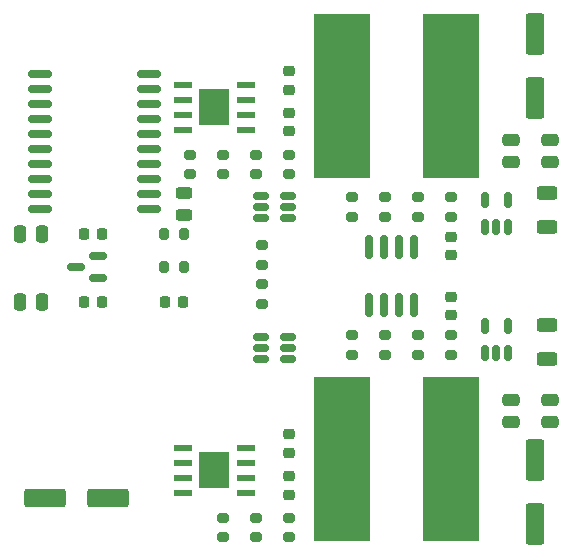
<source format=gbr>
%TF.GenerationSoftware,KiCad,Pcbnew,7.0.8*%
%TF.CreationDate,2023-11-10T01:16:26-06:00*%
%TF.ProjectId,LightingBoard,4c696768-7469-46e6-9742-6f6172642e6b,rev?*%
%TF.SameCoordinates,Original*%
%TF.FileFunction,Paste,Top*%
%TF.FilePolarity,Positive*%
%FSLAX46Y46*%
G04 Gerber Fmt 4.6, Leading zero omitted, Abs format (unit mm)*
G04 Created by KiCad (PCBNEW 7.0.8) date 2023-11-10 01:16:26*
%MOMM*%
%LPD*%
G01*
G04 APERTURE LIST*
G04 Aperture macros list*
%AMRoundRect*
0 Rectangle with rounded corners*
0 $1 Rounding radius*
0 $2 $3 $4 $5 $6 $7 $8 $9 X,Y pos of 4 corners*
0 Add a 4 corners polygon primitive as box body*
4,1,4,$2,$3,$4,$5,$6,$7,$8,$9,$2,$3,0*
0 Add four circle primitives for the rounded corners*
1,1,$1+$1,$2,$3*
1,1,$1+$1,$4,$5*
1,1,$1+$1,$6,$7*
1,1,$1+$1,$8,$9*
0 Add four rect primitives between the rounded corners*
20,1,$1+$1,$2,$3,$4,$5,0*
20,1,$1+$1,$4,$5,$6,$7,0*
20,1,$1+$1,$6,$7,$8,$9,0*
20,1,$1+$1,$8,$9,$2,$3,0*%
G04 Aperture macros list end*
%ADD10RoundRect,0.200000X0.275000X-0.200000X0.275000X0.200000X-0.275000X0.200000X-0.275000X-0.200000X0*%
%ADD11RoundRect,0.243750X0.456250X-0.243750X0.456250X0.243750X-0.456250X0.243750X-0.456250X-0.243750X0*%
%ADD12RoundRect,0.250000X0.250000X0.475000X-0.250000X0.475000X-0.250000X-0.475000X0.250000X-0.475000X0*%
%ADD13RoundRect,0.250000X-0.475000X0.250000X-0.475000X-0.250000X0.475000X-0.250000X0.475000X0.250000X0*%
%ADD14RoundRect,0.200000X-0.275000X0.200000X-0.275000X-0.200000X0.275000X-0.200000X0.275000X0.200000X0*%
%ADD15RoundRect,0.200000X-0.200000X-0.275000X0.200000X-0.275000X0.200000X0.275000X-0.200000X0.275000X0*%
%ADD16RoundRect,0.250000X0.475000X-0.250000X0.475000X0.250000X-0.475000X0.250000X-0.475000X-0.250000X0*%
%ADD17RoundRect,0.150000X0.150000X-0.512500X0.150000X0.512500X-0.150000X0.512500X-0.150000X-0.512500X0*%
%ADD18RoundRect,0.150000X0.587500X0.150000X-0.587500X0.150000X-0.587500X-0.150000X0.587500X-0.150000X0*%
%ADD19RoundRect,0.225000X0.225000X0.250000X-0.225000X0.250000X-0.225000X-0.250000X0.225000X-0.250000X0*%
%ADD20RoundRect,0.225000X0.250000X-0.225000X0.250000X0.225000X-0.250000X0.225000X-0.250000X-0.225000X0*%
%ADD21RoundRect,0.250000X0.625000X-0.312500X0.625000X0.312500X-0.625000X0.312500X-0.625000X-0.312500X0*%
%ADD22RoundRect,0.200000X0.200000X0.275000X-0.200000X0.275000X-0.200000X-0.275000X0.200000X-0.275000X0*%
%ADD23R,4.749800X13.995400*%
%ADD24RoundRect,0.225000X-0.250000X0.225000X-0.250000X-0.225000X0.250000X-0.225000X0.250000X0.225000X0*%
%ADD25RoundRect,0.250000X0.550000X-1.500000X0.550000X1.500000X-0.550000X1.500000X-0.550000X-1.500000X0*%
%ADD26RoundRect,0.150000X-0.150000X0.825000X-0.150000X-0.825000X0.150000X-0.825000X0.150000X0.825000X0*%
%ADD27RoundRect,0.250000X1.500000X0.550000X-1.500000X0.550000X-1.500000X-0.550000X1.500000X-0.550000X0*%
%ADD28RoundRect,0.150000X0.512500X0.150000X-0.512500X0.150000X-0.512500X-0.150000X0.512500X-0.150000X0*%
%ADD29R,2.600000X3.100000*%
%ADD30R,1.550000X0.600000*%
%ADD31RoundRect,0.150000X-0.875000X-0.150000X0.875000X-0.150000X0.875000X0.150000X-0.875000X0.150000X0*%
%ADD32RoundRect,0.250000X-0.550000X1.500000X-0.550000X-1.500000X0.550000X-1.500000X0.550000X1.500000X0*%
G04 APERTURE END LIST*
D10*
%TO.C,R21*%
X123444000Y-66040000D03*
X123444000Y-64390000D03*
%TD*%
D11*
%TO.C,D1*%
X122936000Y-69517500D03*
X122936000Y-67642500D03*
%TD*%
D12*
%TO.C,C1*%
X110871000Y-71120000D03*
X108971000Y-71120000D03*
%TD*%
D13*
%TO.C,C9*%
X150622000Y-63124000D03*
X150622000Y-65024000D03*
%TD*%
D14*
%TO.C,R17*%
X142748000Y-79693000D03*
X142748000Y-81343000D03*
%TD*%
D15*
%TO.C,R20*%
X121222000Y-73914000D03*
X122872000Y-73914000D03*
%TD*%
D16*
%TO.C,C14*%
X153924000Y-87056000D03*
X153924000Y-85156000D03*
%TD*%
D10*
%TO.C,R6*%
X137160000Y-69659000D03*
X137160000Y-68009000D03*
%TD*%
D17*
%TO.C,U3*%
X148402000Y-70479500D03*
X149352000Y-70479500D03*
X150302000Y-70479500D03*
X150302000Y-68204500D03*
X148402000Y-68204500D03*
%TD*%
D14*
%TO.C,R15*%
X137160000Y-79693000D03*
X137160000Y-81343000D03*
%TD*%
D10*
%TO.C,R16*%
X131826000Y-96774000D03*
X131826000Y-95124000D03*
%TD*%
D18*
%TO.C,U1*%
X115618500Y-74864000D03*
X115618500Y-72964000D03*
X113743500Y-73914000D03*
%TD*%
D19*
%TO.C,C4*%
X115964000Y-76835000D03*
X114414000Y-76835000D03*
%TD*%
D17*
%TO.C,U6*%
X148402000Y-81147500D03*
X149352000Y-81147500D03*
X150302000Y-81147500D03*
X150302000Y-78872500D03*
X148402000Y-78872500D03*
%TD*%
D20*
%TO.C,C7*%
X131826000Y-58878000D03*
X131826000Y-57328000D03*
%TD*%
D21*
%TO.C,R12*%
X153670000Y-81726500D03*
X153670000Y-78801500D03*
%TD*%
D14*
%TO.C,R14*%
X129032000Y-95124000D03*
X129032000Y-96774000D03*
%TD*%
%TO.C,R5*%
X129032000Y-64390000D03*
X129032000Y-66040000D03*
%TD*%
D22*
%TO.C,R11*%
X122872000Y-71120000D03*
X121222000Y-71120000D03*
%TD*%
D23*
%TO.C,L2*%
X136296400Y-59436000D03*
X145542000Y-59436000D03*
%TD*%
D13*
%TO.C,C8*%
X153924000Y-63124000D03*
X153924000Y-65024000D03*
%TD*%
D10*
%TO.C,R4*%
X139954000Y-69659000D03*
X139954000Y-68009000D03*
%TD*%
D16*
%TO.C,C15*%
X150622000Y-87056000D03*
X150622000Y-85156000D03*
%TD*%
D14*
%TO.C,R1*%
X129540000Y-72073000D03*
X129540000Y-73723000D03*
%TD*%
D24*
%TO.C,C12*%
X145542000Y-76441000D03*
X145542000Y-77991000D03*
%TD*%
D10*
%TO.C,R18*%
X126238000Y-96774000D03*
X126238000Y-95124000D03*
%TD*%
D25*
%TO.C,C10*%
X152654000Y-59596000D03*
X152654000Y-54196000D03*
%TD*%
D26*
%TO.C,U2*%
X142367000Y-72201000D03*
X141097000Y-72201000D03*
X139827000Y-72201000D03*
X138557000Y-72201000D03*
X138557000Y-77151000D03*
X139827000Y-77151000D03*
X141097000Y-77151000D03*
X142367000Y-77151000D03*
%TD*%
D14*
%TO.C,R2*%
X129540000Y-75375000D03*
X129540000Y-77025000D03*
%TD*%
%TO.C,R19*%
X145542000Y-79693000D03*
X145542000Y-81343000D03*
%TD*%
D10*
%TO.C,R10*%
X145542000Y-69659000D03*
X145542000Y-68009000D03*
%TD*%
D24*
%TO.C,C11*%
X131826000Y-60871000D03*
X131826000Y-62421000D03*
%TD*%
D27*
%TO.C,C3*%
X116492000Y-93472000D03*
X111092000Y-93472000D03*
%TD*%
D28*
%TO.C,U5*%
X131693500Y-69784000D03*
X131693500Y-68834000D03*
X131693500Y-67884000D03*
X129418500Y-67884000D03*
X129418500Y-68834000D03*
X129418500Y-69784000D03*
%TD*%
D12*
%TO.C,C2*%
X108971000Y-76835000D03*
X110871000Y-76835000D03*
%TD*%
D10*
%TO.C,R9*%
X126238000Y-66040000D03*
X126238000Y-64390000D03*
%TD*%
D19*
%TO.C,C5*%
X115964000Y-71120000D03*
X114414000Y-71120000D03*
%TD*%
D23*
%TO.C,L4*%
X136296400Y-90170000D03*
X145542000Y-90170000D03*
%TD*%
D29*
%TO.C,U4*%
X125476000Y-60389000D03*
D30*
X122776000Y-58484000D03*
X122776000Y-59754000D03*
X122776000Y-61024000D03*
X122776000Y-62294000D03*
X128176000Y-62294000D03*
X128176000Y-61024000D03*
X128176000Y-59754000D03*
X128176000Y-58484000D03*
%TD*%
D20*
%TO.C,C6*%
X145542000Y-72911000D03*
X145542000Y-71361000D03*
%TD*%
D19*
%TO.C,C18*%
X122822000Y-76835000D03*
X121272000Y-76835000D03*
%TD*%
D28*
%TO.C,U8*%
X131693500Y-81722000D03*
X131693500Y-80772000D03*
X131693500Y-79822000D03*
X129418500Y-79822000D03*
X129418500Y-80772000D03*
X129418500Y-81722000D03*
%TD*%
D10*
%TO.C,R7*%
X142748000Y-69659000D03*
X142748000Y-68009000D03*
%TD*%
D29*
%TO.C,U7*%
X125476000Y-91110000D03*
D30*
X122776000Y-89205000D03*
X122776000Y-90475000D03*
X122776000Y-91745000D03*
X122776000Y-93015000D03*
X128176000Y-93015000D03*
X128176000Y-91745000D03*
X128176000Y-90475000D03*
X128176000Y-89205000D03*
%TD*%
D21*
%TO.C,R3*%
X153670000Y-70550500D03*
X153670000Y-67625500D03*
%TD*%
D31*
%TO.C,U9*%
X110666000Y-57531000D03*
X110666000Y-58801000D03*
X110666000Y-60071000D03*
X110666000Y-61341000D03*
X110666000Y-62611000D03*
X110666000Y-63881000D03*
X110666000Y-65151000D03*
X110666000Y-66421000D03*
X110666000Y-67691000D03*
X110666000Y-68961000D03*
X119966000Y-68961000D03*
X119966000Y-67691000D03*
X119966000Y-66421000D03*
X119966000Y-65151000D03*
X119966000Y-63881000D03*
X119966000Y-62611000D03*
X119966000Y-61341000D03*
X119966000Y-60071000D03*
X119966000Y-58801000D03*
X119966000Y-57531000D03*
%TD*%
D10*
%TO.C,R8*%
X131826000Y-66040000D03*
X131826000Y-64390000D03*
%TD*%
D20*
%TO.C,C13*%
X131826000Y-89612000D03*
X131826000Y-88062000D03*
%TD*%
%TO.C,C17*%
X131826000Y-93168000D03*
X131826000Y-91618000D03*
%TD*%
D14*
%TO.C,R13*%
X139954000Y-79693000D03*
X139954000Y-81343000D03*
%TD*%
D32*
%TO.C,C16*%
X152654000Y-90264000D03*
X152654000Y-95664000D03*
%TD*%
M02*

</source>
